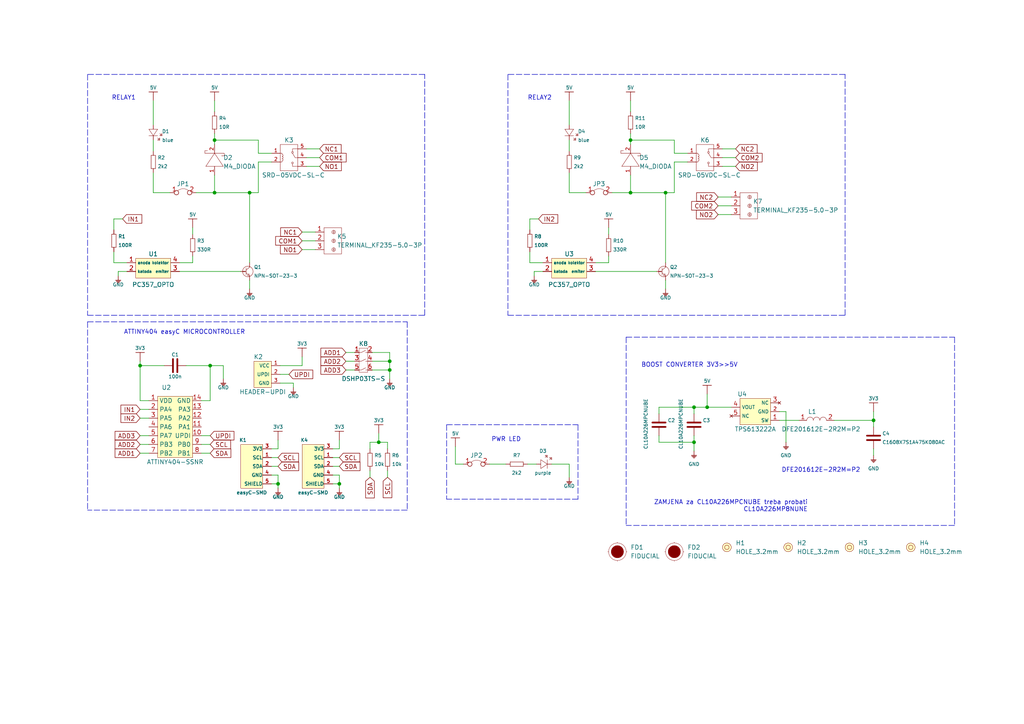
<source format=kicad_sch>
(kicad_sch (version 20211123) (generator eeschema)
  (paper "A4")
  (title_block (title "2CH relay board with easyC") (date "2021-07-14") (rev "V1.1.1.") (company "SOLDERED") (comment 1 "333025"))
  (lib_symbols
    (symbol "0402LED_1" (pin_numbers hide) (pin_names (offset 0.254) hide)
      (property "Reference" "D" (at -0.635 2.54 0))
      (property "Value" "0402LED_1" (at 0 -2.54 0))
      (symbol "0402LED_1_1_1"
        (pin passive line (at -1.905 0 0) (length 1.27) (name "A") (number "1"))
        (pin passive line (at 2.54 0 180) (length 1.27) (name "K") (number "2"))
      )
    )
    (symbol "0402LED_2" (pin_numbers hide) (pin_names (offset 0.254) hide)
      (property "Reference" "D" (at -0.635 2.54 0))
      (property "Value" "0402LED_2" (at 0 -2.54 0))
      (symbol "0402LED_2_1_1"
        (pin passive line (at -1.905 0 0) (length 1.27) (name "A") (number "1"))
        (pin passive line (at 2.54 0 180) (length 1.27) (name "K") (number "2"))
      )
    )
    (symbol "0603C_1" (pin_numbers hide) (pin_names (offset 0.002))
      (property "Reference" "C" (at 0 3.81 0))
      (property "Value" "0603C_1" (at 0 -3.175 0))
      (symbol "0603C_1_1_1"
        (pin passive line (at -3.175 0 0) (length 2.54) (name "~") (number "1"))
        (pin passive line (at 3.175 0 180) (length 2.54) (name "~") (number "2"))
      )
    )
    (symbol "0603C_2" (pin_numbers hide) (pin_names (offset 0.002))
      (property "Reference" "C" (at 0 3.81 0))
      (property "Value" "0603C_2" (at 0 -3.175 0))
      (symbol "0603C_2_1_1"
        (pin passive line (at -3.175 0 0) (length 2.54) (name "~") (number "1"))
        (pin passive line (at 3.175 0 180) (length 2.54) (name "~") (number "2"))
      )
    )
    (symbol "0603C_3" (pin_numbers hide) (pin_names (offset 0.002))
      (property "Reference" "C" (at 0 3.81 0))
      (property "Value" "0603C_3" (at 0 -3.175 0))
      (symbol "0603C_3_1_1"
        (pin passive line (at -3.175 0 0) (length 2.54) (name "~") (number "1"))
        (pin passive line (at 3.175 0 180) (length 2.54) (name "~") (number "2"))
      )
    )
    (symbol "0603R_1" (pin_numbers hide) (pin_names (offset 0.254))
      (property "Reference" "R" (at 0 1.27 0))
      (property "Value" "0603R_1" (at 0 -1.905 0))
      (symbol "0603R_1_1_1"
        (pin passive line (at -3.175 0 0) (length 1.27) (name "~") (number "1"))
        (pin passive line (at 3.175 0 180) (length 1.27) (name "~") (number "2"))
      )
    )
    (symbol "0603R_2" (pin_numbers hide) (pin_names (offset 0.254))
      (property "Reference" "R" (at 0 1.27 0))
      (property "Value" "0603R_2" (at 0 -1.905 0))
      (symbol "0603R_2_1_1"
        (pin passive line (at -3.175 0 0) (length 1.27) (name "~") (number "1"))
        (pin passive line (at 3.175 0 180) (length 1.27) (name "~") (number "2"))
      )
    )
    (symbol "0603R_3" (pin_numbers hide) (pin_names (offset 0.254))
      (property "Reference" "R" (at 0 1.27 0))
      (property "Value" "0603R_3" (at 0 -1.905 0))
      (symbol "0603R_3_1_1"
        (pin passive line (at -3.175 0 0) (length 1.27) (name "~") (number "1"))
        (pin passive line (at 3.175 0 180) (length 1.27) (name "~") (number "2"))
      )
    )
    (symbol "0603R_4" (pin_numbers hide) (pin_names (offset 0.254))
      (property "Reference" "R" (at 0 1.27 0))
      (property "Value" "0603R_4" (at 0 -1.905 0))
      (symbol "0603R_4_1_1"
        (pin passive line (at -3.175 0 0) (length 1.27) (name "~") (number "1"))
        (pin passive line (at 3.175 0 180) (length 1.27) (name "~") (number "2"))
      )
    )
    (symbol "0603R_5" (pin_numbers hide) (pin_names (offset 0.254))
      (property "Reference" "R" (at 0 1.27 0))
      (property "Value" "0603R_5" (at 0 -1.905 0))
      (symbol "0603R_5_1_1"
        (pin passive line (at -3.175 0 0) (length 1.27) (name "~") (number "1"))
        (pin passive line (at 3.175 0 180) (length 1.27) (name "~") (number "2"))
      )
    )
    (symbol "0603R_6" (pin_numbers hide) (pin_names (offset 0.254))
      (property "Reference" "R" (at 0 1.27 0))
      (property "Value" "0603R_6" (at 0 -1.905 0))
      (symbol "0603R_6_1_1"
        (pin passive line (at -3.175 0 0) (length 1.27) (name "~") (number "1"))
        (pin passive line (at 3.175 0 180) (length 1.27) (name "~") (number "2"))
      )
    )
    (symbol "0603R_7" (pin_numbers hide) (pin_names (offset 0.254))
      (property "Reference" "R" (at 0 1.27 0))
      (property "Value" "0603R_7" (at 0 -1.905 0))
      (symbol "0603R_7_1_1"
        (pin passive line (at -3.175 0 0) (length 1.27) (name "~") (number "1"))
        (pin passive line (at 3.175 0 180) (length 1.27) (name "~") (number "2"))
      )
    )
    (symbol "3V3_1" (power) (pin_names (offset 0))
      (property "Value" "3V3_1" (at 0 3.556 0))
      (symbol "3V3_1_1_1"
        (pin power_in line (at 0 0 90) (length 0) hide (name "3V3") (number "1"))
      )
    )
    (symbol "3V3_2" (power) (pin_names (offset 0))
      (property "Value" "3V3_2" (at 0 3.556 0))
      (symbol "3V3_2_1_1"
        (pin power_in line (at 0 0 90) (length 0) hide (name "3V3") (number "1"))
      )
    )
    (symbol "3V3_3" (power) (pin_names (offset 0))
      (property "Value" "3V3_3" (at 0 3.556 0))
      (symbol "3V3_3_1_1"
        (pin power_in line (at 0 0 90) (length 0) hide (name "3V3") (number "1"))
      )
    )
    (symbol "3V3_4" (power) (pin_names (offset 0))
      (property "Value" "3V3_4" (at 0 3.556 0))
      (symbol "3V3_4_1_1"
        (pin power_in line (at 0 0 90) (length 0) hide (name "3V3") (number "1"))
      )
    )
    (symbol "3V3_5" (power) (pin_names (offset 0))
      (property "Value" "3V3_5" (at 0 3.556 0))
      (symbol "3V3_5_1_1"
        (pin power_in line (at 0 0 90) (length 0) hide (name "3V3") (number "1"))
      )
    )
    (symbol "5V_1" (power) (pin_names (offset 0))
      (property "Value" "5V_1" (at 0 3.556 0))
      (symbol "5V_1_1_1"
        (pin power_in line (at 0 0 90) (length 0) hide (name "5V") (number "1"))
      )
    )
    (symbol "5V_2" (power) (pin_names (offset 0))
      (property "Value" "5V_2" (at 0 3.556 0))
      (symbol "5V_2_1_1"
        (pin power_in line (at 0 0 90) (length 0) hide (name "5V") (number "1"))
      )
    )
    (symbol "5V_3" (power) (pin_names (offset 0))
      (property "Value" "5V_3" (at 0 3.556 0))
      (symbol "5V_3_1_1"
        (pin power_in line (at 0 0 90) (length 0) hide (name "5V") (number "1"))
      )
    )
    (symbol "5V_4" (power) (pin_names (offset 0))
      (property "Value" "5V_4" (at 0 3.556 0))
      (symbol "5V_4_1_1"
        (pin power_in line (at 0 0 90) (length 0) hide (name "5V") (number "1"))
      )
    )
    (symbol "5V_5" (power) (pin_names (offset 0))
      (property "Value" "5V_5" (at 0 3.556 0))
      (symbol "5V_5_1_1"
        (pin power_in line (at 0 0 90) (length 0) hide (name "5V") (number "1"))
      )
    )
    (symbol "5V_6" (power) (pin_names (offset 0))
      (property "Value" "5V_6" (at 0 3.556 0))
      (symbol "5V_6_1_1"
        (pin power_in line (at 0 0 90) (length 0) hide (name "5V") (number "1"))
      )
    )
    (symbol "5V_7" (power) (pin_names (offset 0))
      (property "Value" "5V_7" (at 0 3.556 0))
      (symbol "5V_7_1_1"
        (pin power_in line (at 0 0 90) (length 0) hide (name "5V") (number "1"))
      )
    )
    (symbol "FIDUCIAL_1" (in_bom no)
      (property "Reference" "FD" (at 0 3.81 0))
      (property "Value" "FIDUCIAL_1" (at 0 -3.81 0))
    )
    (symbol "GND_1" (power) (pin_names (offset 0))
      (property "Value" "GND_1" (at 0 -2.921 0))
      (symbol "GND_1_1_1"
        (pin power_in line (at 0 0 270) (length 0) hide (name "GND") (number "1"))
      )
    )
    (symbol "GND_10" (power) (pin_names (offset 0))
      (property "Value" "GND_10" (at 0 -2.921 0))
      (symbol "GND_10_1_1"
        (pin power_in line (at 0 0 270) (length 0) hide (name "GND") (number "1"))
      )
    )
    (symbol "GND_11" (power) (pin_names (offset 0))
      (property "Value" "GND_11" (at 0 -2.921 0))
      (symbol "GND_11_1_1"
        (pin power_in line (at 0 0 270) (length 0) hide (name "GND") (number "1"))
      )
    )
    (symbol "GND_12" (power) (pin_names (offset 0))
      (property "Value" "GND_12" (at 0 -2.921 0))
      (symbol "GND_12_1_1"
        (pin power_in line (at 0 0 270) (length 0) hide (name "GND") (number "1"))
      )
    )
    (symbol "GND_2" (power) (pin_names (offset 0))
      (property "Value" "GND_2" (at 0 -2.921 0))
      (symbol "GND_2_1_1"
        (pin power_in line (at 0 0 270) (length 0) hide (name "GND") (number "1"))
      )
    )
    (symbol "GND_3" (power) (pin_names (offset 0))
      (property "Value" "GND_3" (at 0 -2.921 0))
      (symbol "GND_3_1_1"
        (pin power_in line (at 0 0 270) (length 0) hide (name "GND") (number "1"))
      )
    )
    (symbol "GND_4" (power) (pin_names (offset 0))
      (property "Value" "GND_4" (at 0 -2.921 0))
      (symbol "GND_4_1_1"
        (pin power_in line (at 0 0 270) (length 0) hide (name "GND") (number "1"))
      )
    )
    (symbol "GND_5" (power) (pin_names (offset 0))
      (property "Value" "GND_5" (at 0 -2.921 0))
      (symbol "GND_5_1_1"
        (pin power_in line (at 0 0 270) (length 0) hide (name "GND") (number "1"))
      )
    )
    (symbol "GND_6" (power) (pin_names (offset 0))
      (property "Value" "GND_6" (at 0 -2.921 0))
      (symbol "GND_6_1_1"
        (pin power_in line (at 0 0 270) (length 0) hide (name "GND") (number "1"))
      )
    )
    (symbol "GND_7" (power) (pin_names (offset 0))
      (property "Value" "GND_7" (at 0 -2.921 0))
      (symbol "GND_7_1_1"
        (pin power_in line (at 0 0 270) (length 0) hide (name "GND") (number "1"))
      )
    )
    (symbol "GND_8" (power) (pin_names (offset 0))
      (property "Value" "GND_8" (at 0 -2.921 0))
      (symbol "GND_8_1_1"
        (pin power_in line (at 0 0 270) (length 0) hide (name "GND") (number "1"))
      )
    )
    (symbol "GND_9" (power) (pin_names (offset 0))
      (property "Value" "GND_9" (at 0 -2.921 0))
      (symbol "GND_9_1_1"
        (pin power_in line (at 0 0 270) (length 0) hide (name "GND") (number "1"))
      )
    )
    (symbol "HOLE_3.2mm_1" (pin_numbers hide) (pin_names hide)
      (property "Reference" "H" (at 0 2.54 0))
      (property "Value" "HOLE_3.2mm_1" (at 0 -2.54 0))
    )
    (symbol "HOLE_3.2mm_2" (pin_numbers hide) (pin_names hide)
      (property "Reference" "H" (at 0 2.54 0))
      (property "Value" "HOLE_3.2mm_2" (at 0 -2.54 0))
    )
    (symbol "HOLE_3.2mm_3" (pin_numbers hide) (pin_names hide)
      (property "Reference" "H" (at 0 2.54 0))
      (property "Value" "HOLE_3.2mm_3" (at 0 -2.54 0))
    )
    (symbol "M4_DIODA_1" (pin_names hide)
      (property "Reference" "D" (at 0 3.81 0))
      (property "Value" "M4_DIODA_1" (at 0 -4.572 0))
      (symbol "M4_DIODA_1_1_1"
        (pin passive line (at -5.08 0 0) (length 2.54) (name "A") (number "1"))
        (pin passive line (at 3.81 0 180) (length 2.54) (name "K") (number "2"))
      )
    )
    (symbol "NPN-SOT-23-3_1" (pin_numbers hide) (pin_names hide)
      (property "Reference" "Q" (at -2.286 2.921 0))
      (property "Value" "NPN-SOT-23-3_1" (at 0 -3.81 0))
      (symbol "NPN-SOT-23-3_1_1_1"
        (pin passive line (at -2.54 0 0) (length 1.27) (name "B") (number "1"))
        (pin passive line (at 0 -2.54 90) (length 1.27) (name "E") (number "2"))
        (pin passive line (at 0 2.54 270) (length 1.27) (name "C") (number "3"))
      )
    )
    (symbol "PC357_OPTO_1"
      (property "Reference" "U" (at 0 5.08 0))
      (property "Value" "PC357_OPTO_1" (at 0 -5.08 0))
      (symbol "PC357_OPTO_1_1_1"
        (pin passive line (at -7.62 1.27 0) (length 2.54) (name "anoda") (number "1"))
        (pin passive line (at -7.62 -1.27 0) (length 2.54) (name "katoda") (number "2"))
        (pin passive line (at 7.62 -1.27 180) (length 2.54) (name "emiter") (number "3"))
        (pin passive line (at 7.62 1.27 180) (length 2.54) (name "kolektor") (number "4"))
      )
    )
    (symbol "SRD_RELAY_5V_1"
      (property "Reference" "K" (at 0 5.08 0))
      (property "Value" "SRD_RELAY_5V_1" (at 0 -6.35 0))
      (symbol "SRD_RELAY_5V_1_1_1"
        (pin passive line (at -5.08 1.27 0) (length 2.54) (name "") (number "1"))
        (pin passive line (at -5.08 -1.27 0) (length 2.54) (name "") (number "2"))
        (pin passive line (at 5.08 -2.54 180) (length 2.54) (name "") (number "3"))
        (pin passive line (at 5.08 0 180) (length 2.54) (name "") (number "4"))
        (pin passive line (at 5.08 2.54 180) (length 2.54) (name "") (number "5"))
      )
    )
    (symbol "TERMINAL_KF235-5.0-3P_1"
      (property "Reference" "K" (at 0 5.08 0))
      (property "Value" "TERMINAL_KF235-5.0-3P_1" (at 0 -5.08 0))
      (symbol "TERMINAL_KF235-5.0-3P_1_1_1"
        (pin passive line (at -5.08 2.54 0) (length 2.54) (name "") (number "1"))
        (pin passive line (at -5.08 0 0) (length 2.54) (name "") (number "2"))
        (pin passive line (at -5.08 -2.54 0) (length 2.54) (name "") (number "3"))
      )
    )
    (symbol "e-radionica.com schematics:0402LED" (pin_numbers hide) (pin_names (offset 0.254) hide)
      (property "Reference" "D" (at -0.635 2.54 0))
      (property "Value" "0402LED" (at 0 -2.54 0))
      (symbol "0402LED_1_1"
        (pin passive line (at -1.905 0 0) (length 1.27) (name "A") (number "1"))
        (pin passive line (at 2.54 0 180) (length 1.27) (name "K") (number "2"))
      )
    )
    (symbol "e-radionica.com schematics:0402R" (pin_numbers hide) (pin_names (offset 0.254))
      (property "Reference" "R" (at -1.905 1.27 0))
      (property "Value" "0402R" (at 0 -1.27 0))
      (symbol "0402R_1_1"
        (pin passive line (at -3.175 0 0) (length 1.27) (name "~") (number "1"))
        (pin passive line (at 3.175 0 180) (length 1.27) (name "~") (number "2"))
      )
    )
    (symbol "e-radionica.com schematics:0603C" (pin_numbers hide) (pin_names (offset 0.002))
      (property "Reference" "C" (at 0 3.81 0))
      (property "Value" "0603C" (at 0 -3.175 0))
      (symbol "0603C_1_1"
        (pin passive line (at -3.175 0 0) (length 2.54) (name "~") (number "1"))
        (pin passive line (at 3.175 0 180) (length 2.54) (name "~") (number "2"))
      )
    )
    (symbol "e-radionica.com schematics:0603R" (pin_numbers hide) (pin_names (offset 0.254))
      (property "Reference" "R" (at 0 1.27 0))
      (property "Value" "0603R" (at 0 -1.905 0))
      (symbol "0603R_1_1"
        (pin passive line (at -3.175 0 0) (length 1.27) (name "~") (number "1"))
        (pin passive line (at 3.175 0 180) (length 1.27) (name "~") (number "2"))
      )
    )
    (symbol "e-radionica.com schematics:0806L"
      (property "Reference" "L" (at 0 1.905 0))
      (property "Value" "0806L" (at 0 -1.27 0))
      (symbol "0806L_1_1"
        (pin passive line (at -5.08 0 0) (length 2.2) (name "") (number "1"))
        (pin passive line (at 5.08 0 180) (length 2.2) (name "") (number "2"))
      )
    )
    (symbol "e-radionica.com schematics:3V3" (power) (pin_names (offset 0))
      (property "Value" "3V3" (at 0 3.556 0))
      (symbol "3V3_1_1"
        (pin power_in line (at 0 0 90) (length 0) hide (name "3V3") (number "1"))
      )
    )
    (symbol "e-radionica.com schematics:5V" (power) (pin_names (offset 0))
      (property "Value" "5V" (at 0 3.556 0))
      (symbol "5V_1_1"
        (pin power_in line (at 0 0 90) (length 0) hide (name "5V") (number "1"))
      )
    )
    (symbol "e-radionica.com schematics:ATTINY404-SSNR"
      (property "Reference" "U" (at 0 10.16 0))
      (property "Value" "ATTINY404-SSNR" (at 0 -10.16 0))
      (symbol "ATTINY404-SSNR_1_1"
        (pin power_in line (at -7.62 7.62 0) (length 2.54) (name "VDD") (number "1"))
        (pin bidirectional line (at 7.62 -2.54 180) (length 2.54) (name "UPDI") (number "10"))
        (pin bidirectional line (at 7.62 0 180) (length 2.54) (name "PA1") (number "11"))
        (pin bidirectional line (at 7.62 2.54 180) (length 2.54) (name "PA2") (number "12"))
        (pin bidirectional line (at 7.62 5.08 180) (length 2.54) (name "PA3") (number "13"))
        (pin power_in line (at 7.62 7.62 180) (length 2.54) (name "GND") (number "14"))
        (pin bidirectional line (at -7.62 5.08 0) (length 2.54) (name "PA4") (number "2"))
        (pin bidirectional line (at -7.62 2.54 0) (length 2.54) (name "PA5") (number "3"))
        (pin bidirectional line (at -7.62 0 0) (length 2.54) (name "PA6") (number "4"))
        (pin bidirectional line (at -7.62 -2.54 0) (length 2.54) (name "PA7") (number "5"))
        (pin bidirectional line (at -7.62 -5.08 0) (length 2.54) (name "PB3") (number "6"))
        (pin bidirectional line (at -7.62 -7.62 0) (length 2.54) (name "PB2") (number "7"))
        (pin bidirectional line (at 7.62 -7.62 180) (length 2.54) (name "PB1") (number "8"))
        (pin bidirectional line (at 7.62 -5.08 180) (length 2.54) (name "PB0") (number "9"))
      )
    )
    (symbol "e-radionica.com schematics:DSHP03TS-S"
      (property "Reference" "K" (at 0 5.08 0))
      (property "Value" "DSHP03TS-S" (at 0 -5.08 0))
      (symbol "DSHP03TS-S_1_1"
        (pin bidirectional line (at -2.54 2.54 0) (length 1.27) (name "~") (number "1"))
        (pin bidirectional line (at 2.54 2.54 180) (length 1.27) (name "~") (number "2"))
        (pin bidirectional line (at -2.54 0 0) (length 1.27) (name "~") (number "3"))
        (pin bidirectional line (at 2.54 0 180) (length 1.27) (name "~") (number "4"))
        (pin bidirectional line (at -2.54 -2.54 0) (length 1.27) (name "~") (number "5"))
        (pin bidirectional line (at 2.54 -2.54 180) (length 1.27) (name "~") (number "6"))
      )
    )
    (symbol "e-radionica.com schematics:FIDUCIAL" (in_bom no)
      (property "Reference" "FD" (at 0 3.81 0))
      (property "Value" "FIDUCIAL" (at 0 -3.81 0))
    )
    (symbol "e-radionica.com schematics:GND" (power) (pin_names (offset 0))
      (property "Value" "GND" (at 0 -2.921 0))
      (symbol "GND_1_1"
        (pin power_in line (at 0 0 270) (length 0) hide (name "GND") (number "1"))
      )
    )
    (symbol "e-radionica.com schematics:HEADER-UPDI"
      (property "Reference" "K" (at 0 5.08 0))
      (property "Value" "HEADER-UPDI" (at 0 -5.08 0))
      (symbol "HEADER-UPDI_1_1"
        (pin power_in line (at 5.08 2.54 180) (length 2.54) (name "VCC") (number "1"))
        (pin bidirectional line (at 5.08 0 180) (length 2.54) (name "UPDI") (number "2"))
        (pin power_in line (at 5.08 -2.54 180) (length 2.54) (name "GND") (number "3"))
      )
    )
    (symbol "e-radionica.com schematics:HOLE_3.2mm" (pin_numbers hide) (pin_names hide)
      (property "Reference" "H" (at 0 2.54 0))
      (property "Value" "HOLE_3.2mm" (at 0 -2.54 0))
    )
    (symbol "e-radionica.com schematics:M4_DIODA" (pin_names hide)
      (property "Reference" "D" (at 0 3.81 0))
      (property "Value" "M4_DIODA" (at 0 -4.572 0))
      (symbol "M4_DIODA_1_1"
        (pin passive line (at -5.08 0 0) (length 2.54) (name "A") (number "1"))
        (pin passive line (at 3.81 0 180) (length 2.54) (name "K") (number "2"))
      )
    )
    (symbol "e-radionica.com schematics:NPN-SOT-23-3" (pin_numbers hide) (pin_names hide)
      (property "Reference" "Q" (at -2.286 2.921 0))
      (property "Value" "NPN-SOT-23-3" (at 0 -3.81 0))
      (symbol "NPN-SOT-23-3_1_1"
        (pin passive line (at -2.54 0 0) (length 1.27) (name "B") (number "1"))
        (pin passive line (at 0 -2.54 90) (length 1.27) (name "E") (number "2"))
        (pin passive line (at 0 2.54 270) (length 1.27) (name "C") (number "3"))
      )
    )
    (symbol "e-radionica.com schematics:PC357_OPTO"
      (property "Reference" "U" (at 0 5.08 0))
      (property "Value" "PC357_OPTO" (at 0 -5.08 0))
      (symbol "PC357_OPTO_1_1"
        (pin passive line (at -7.62 1.27 0) (length 2.54) (name "anoda") (number "1"))
        (pin passive line (at -7.62 -1.27 0) (length 2.54) (name "katoda") (number "2"))
        (pin passive line (at 7.62 -1.27 180) (length 2.54) (name "emiter") (number "3"))
        (pin passive line (at 7.62 1.27 180) (length 2.54) (name "kolektor") (number "4"))
      )
    )
    (symbol "e-radionica.com schematics:SMD-JUMPER-CONNECTED_TRACE_SLODERMASK"
      (property "Reference" "JP" (at 0 3.556 0))
      (property "Value" "SMD-JUMPER-CONNECTED_TRACE_SLODERMASK" (at 0 -2.54 0))
      (symbol "SMD-JUMPER-CONNECTED_TRACE_SLODERMASK_1_1"
        (pin passive inverted (at -4.064 0 0) (length 2.54) (name "") (number "1"))
        (pin passive inverted (at 3.556 0 180) (length 2.54) (name "") (number "2"))
      )
    )
    (symbol "e-radionica.com schematics:SRD_RELAY_5V"
      (property "Reference" "K" (at 0 5.08 0))
      (property "Value" "SRD_RELAY_5V" (at 0 -6.35 0))
      (symbol "SRD_RELAY_5V_1_1"
        (pin passive line (at -5.08 1.27 0) (length 2.54) (name "") (number "1"))
        (pin passive line (at -5.08 -1.27 0) (length 2.54) (name "") (number "2"))
        (pin passive line (at 5.08 -2.54 180) (length 2.54) (name "") (number "3"))
        (pin passive line (at 5.08 0 180) (length 2.54) (name "") (number "4"))
        (pin passive line (at 5.08 2.54 180) (length 2.54) (name "") (number "5"))
      )
    )
    (symbol "e-radionica.com schematics:TERMINAL_KF235-5.0-3P"
      (property "Reference" "K" (at 0 5.08 0))
      (property "Value" "TERMINAL_KF235-5.0-3P" (at 0 -5.08 0))
      (symbol "TERMINAL_KF235-5.0-3P_1_1"
        (pin passive line (at -5.08 2.54 0) (length 2.54) (name "") (number "1"))
        (pin passive line (at -5.08 0 0) (length 2.54) (name "") (number "2"))
        (pin passive line (at -5.08 -2.54 0) (length 2.54) (name "") (number "3"))
      )
    )
    (symbol "e-radionica.com schematics:TPS613222A"
      (property "Reference" "U" (at 0 5.08 0))
      (property "Value" "TPS613222A" (at 0 -5.08 0))
      (symbol "TPS613222A_1_1"
        (pin passive line (at 6.985 -2.54 180) (length 2.54) (name "SW") (number "1"))
        (pin passive line (at 6.985 0 180) (length 2.54) (name "GND") (number "2"))
        (pin no_connect line (at 6.985 2.54 180) (length 2.54) (name "NC") (number "3"))
        (pin passive line (at -6.985 1.27 0) (length 2.54) (name "VOUT") (number "4"))
        (pin no_connect line (at -6.985 -1.27 0) (length 2.54) (name "NC") (number "5"))
      )
    )
    (symbol "e-radionica.com schematics:easyC-SMD" (pin_names (offset 0.002))
      (property "Reference" "K" (at 0 10.16 0))
      (property "Value" "easyC-SMD" (at 0 -5.08 0))
      (symbol "easyC-SMD_1_1"
        (pin passive line (at 5.715 5.08 180) (length 2.54) (name "SCL") (number "1"))
        (pin passive line (at 5.715 2.54 180) (length 2.54) (name "SDA") (number "2"))
        (pin passive line (at 5.715 7.62 180) (length 2.54) (name "3V3") (number "3"))
        (pin passive line (at 5.715 0 180) (length 2.54) (name "GND") (number "4"))
        (pin passive line (at 5.715 -2.54 180) (length 2.54) (name "SHIELD") (number "5"))
      )
    )
    (symbol "easyC-SMD_1" (pin_names (offset 0.002))
      (property "Reference" "K" (at 0 10.16 0))
      (property "Value" "easyC-SMD_1" (at 0 -5.08 0))
      (symbol "easyC-SMD_1_1_1"
        (pin passive line (at 5.715 5.08 180) (length 2.54) (name "SCL") (number "1"))
        (pin passive line (at 5.715 2.54 180) (length 2.54) (name "SDA") (number "2"))
        (pin passive line (at 5.715 7.62 180) (length 2.54) (name "3V3") (number "3"))
        (pin passive line (at 5.715 0 180) (length 2.54) (name "GND") (number "4"))
        (pin passive line (at 5.715 -2.54 180) (length 2.54) (name "SHIELD") (number "5"))
      )
    )
  )
  (junction (at 40.64 106.045) (diameter 0.9144))
  (junction (at 62.23 55.88) (diameter 0.9144))
  (junction (at 60.96 106.045) (diameter 0.9144))
  (junction (at 113.03 104.775) (diameter 0.9144))
  (junction (at 182.88 40.64) (diameter 0.9144))
  (junction (at 201.295 128.27) (diameter 0.9144))
  (junction (at 113.03 107.315) (diameter 0.9144))
  (junction (at 253.365 121.92) (diameter 0.9144))
  (junction (at 80.645 140.335) (diameter 0.9144))
  (junction (at 201.295 118.11) (diameter 0.9144))
  (junction (at 193.04 55.88) (diameter 0.9144))
  (junction (at 62.23 40.64) (diameter 0.9144))
  (junction (at 182.88 55.88) (diameter 0.9144))
  (junction (at 109.855 128.27) (diameter 0.9144))
  (junction (at 205.105 118.11) (diameter 0.9144))
  (junction (at 98.425 140.335) (diameter 0.9144))
  (junction (at 72.39 55.88) (diameter 0.9144))
  (polyline (pts (xy 25.4 21.59) (xy 25.4 91.44)) (stroke (width 0) (type dash)))
  (polyline (pts (xy 25.4 91.44) (xy 123.19 91.44)) (stroke (width 0) (type dash)))
  (polyline (pts (xy 123.19 21.59) (xy 25.4 21.59)) (stroke (width 0) (type dash)))
  (polyline (pts (xy 123.19 91.44) (xy 123.19 21.59)) (stroke (width 0) (type dash)))
  (wire (pts (xy 53.975 106.045) (xy 60.96 106.045)))
  (wire (pts (xy 182.88 55.88) (xy 182.88 50.8)))
  (wire (pts (xy 81.28 106.045) (xy 87.63 106.045)))
  (wire (pts (xy 113.03 102.235) (xy 113.03 104.775)))
  (wire (pts (xy 96.52 132.715) (xy 98.425 132.715)))
  (wire (pts (xy 55.88 74.295) (xy 55.88 76.2)))
  (wire (pts (xy 157.48 76.2) (xy 153.67 76.2)))
  (wire (pts (xy 33.02 63.5) (xy 35.56 63.5)))
  (wire (pts (xy 81.28 111.125) (xy 85.09 111.125)))
  (wire (pts (xy 43.18 116.205) (xy 40.64 116.205)))
  (wire (pts (xy 113.03 107.315) (xy 113.03 109.855)))
  (wire (pts (xy 208.28 57.15) (xy 212.09 57.15)))
  (wire (pts (xy 205.105 118.11) (xy 212.09 118.11)))
  (wire (pts (xy 40.64 121.285) (xy 43.18 121.285)))
  (wire (pts (xy 88.9 43.18) (xy 92.71 43.18)))
  (wire (pts (xy 80.645 137.795) (xy 80.645 140.335)))
  (wire (pts (xy 44.45 55.88) (xy 49.276 55.88)))
  (polyline (pts (xy 167.64 144.78) (xy 129.54 144.78)) (stroke (width 0) (type dash)))
  (wire (pts (xy 201.295 126.365) (xy 201.295 128.27)))
  (wire (pts (xy 193.04 55.88) (xy 193.04 76.2)))
  (wire (pts (xy 85.09 111.125) (xy 85.09 112.395)))
  (wire (pts (xy 98.425 130.175) (xy 98.425 127.635)))
  (wire (pts (xy 112.395 136.525) (xy 112.395 138.43)))
  (wire (pts (xy 40.64 116.205) (xy 40.64 106.045)))
  (wire (pts (xy 165.1 134.62) (xy 165.1 138.43)))
  (wire (pts (xy 44.45 50.165) (xy 44.45 55.88)))
  (wire (pts (xy 199.39 44.45) (xy 195.58 44.45)))
  (polyline (pts (xy 147.32 21.59) (xy 147.32 91.44)) (stroke (width 0) (type dash)))
  (wire (pts (xy 33.02 76.2) (xy 33.02 73.025)))
  (wire (pts (xy 78.74 135.255) (xy 80.645 135.255)))
  (polyline (pts (xy 25.4 93.345) (xy 25.4 147.955)) (stroke (width 0) (type dash)))
  (wire (pts (xy 58.42 126.365) (xy 60.96 126.365)))
  (wire (pts (xy 226.06 121.92) (xy 231.775 121.92)))
  (wire (pts (xy 64.77 106.045) (xy 64.77 109.855)))
  (wire (pts (xy 141.986 134.62) (xy 146.685 134.62)))
  (polyline (pts (xy 276.86 152.4) (xy 181.61 152.4)) (stroke (width 0) (type dash)))
  (wire (pts (xy 160.02 134.62) (xy 165.1 134.62)))
  (wire (pts (xy 88.9 45.72) (xy 92.71 45.72)))
  (polyline (pts (xy 129.54 123.19) (xy 167.64 123.19)) (stroke (width 0) (type dash)))
  (wire (pts (xy 62.23 40.64) (xy 62.23 41.91)))
  (wire (pts (xy 201.295 118.11) (xy 205.105 118.11)))
  (wire (pts (xy 78.74 132.715) (xy 80.645 132.715)))
  (polyline (pts (xy 276.86 97.79) (xy 276.86 152.4)) (stroke (width 0) (type dash)))
  (wire (pts (xy 227.965 119.38) (xy 227.965 128.27)))
  (wire (pts (xy 208.28 62.23) (xy 212.09 62.23)))
  (wire (pts (xy 107.315 128.27) (xy 109.855 128.27)))
  (wire (pts (xy 191.135 128.27) (xy 201.295 128.27)))
  (wire (pts (xy 205.105 118.11) (xy 205.105 114.3)))
  (wire (pts (xy 201.295 128.27) (xy 201.295 130.81)))
  (wire (pts (xy 107.315 136.525) (xy 107.315 138.43)))
  (wire (pts (xy 165.1 40.64) (xy 165.1 43.815)))
  (wire (pts (xy 253.365 130.175) (xy 253.365 132.08)))
  (wire (pts (xy 154.94 78.74) (xy 154.94 80.01)))
  (wire (pts (xy 40.64 131.445) (xy 43.18 131.445)))
  (wire (pts (xy 60.96 106.045) (xy 64.77 106.045)))
  (wire (pts (xy 81.28 108.585) (xy 83.82 108.585)))
  (wire (pts (xy 172.72 76.2) (xy 176.53 76.2)))
  (wire (pts (xy 172.72 78.74) (xy 190.5 78.74)))
  (wire (pts (xy 60.96 106.045) (xy 60.96 116.205)))
  (wire (pts (xy 87.63 69.85) (xy 91.44 69.85)))
  (wire (pts (xy 40.64 128.905) (xy 43.18 128.905)))
  (wire (pts (xy 44.45 40.64) (xy 44.45 43.815)))
  (wire (pts (xy 80.645 140.335) (xy 80.645 141.605)))
  (wire (pts (xy 96.52 130.175) (xy 98.425 130.175)))
  (polyline (pts (xy 167.64 123.19) (xy 167.64 144.78)) (stroke (width 0) (type dash)))
  (wire (pts (xy 253.365 121.92) (xy 253.365 123.825)))
  (wire (pts (xy 109.855 128.27) (xy 109.855 125.73)))
  (wire (pts (xy 199.39 46.99) (xy 195.58 46.99)))
  (wire (pts (xy 96.52 140.335) (xy 98.425 140.335)))
  (wire (pts (xy 176.53 66.04) (xy 176.53 67.945)))
  (wire (pts (xy 153.67 63.5) (xy 156.21 63.5)))
  (wire (pts (xy 193.04 55.88) (xy 195.58 55.88)))
  (wire (pts (xy 78.74 137.795) (xy 80.645 137.795)))
  (wire (pts (xy 62.23 55.88) (xy 72.39 55.88)))
  (wire (pts (xy 72.39 55.88) (xy 74.93 55.88)))
  (wire (pts (xy 153.67 76.2) (xy 153.67 73.025)))
  (wire (pts (xy 153.67 66.675) (xy 153.67 63.5)))
  (wire (pts (xy 80.645 130.175) (xy 80.645 127.635)))
  (wire (pts (xy 107.95 102.235) (xy 113.03 102.235)))
  (wire (pts (xy 44.45 29.21) (xy 44.45 36.195)))
  (wire (pts (xy 74.93 44.45) (xy 74.93 40.64)))
  (wire (pts (xy 100.33 104.775) (xy 102.87 104.775)))
  (wire (pts (xy 60.96 116.205) (xy 58.42 116.205)))
  (wire (pts (xy 74.93 46.99) (xy 74.93 55.88)))
  (wire (pts (xy 191.135 118.11) (xy 201.295 118.11)))
  (polyline (pts (xy 181.61 97.79) (xy 276.86 97.79)) (stroke (width 0) (type dash)))
  (wire (pts (xy 72.39 81.28) (xy 72.39 83.82)))
  (wire (pts (xy 191.135 126.365) (xy 191.135 128.27)))
  (wire (pts (xy 226.06 119.38) (xy 227.965 119.38)))
  (wire (pts (xy 40.64 118.745) (xy 43.18 118.745)))
  (wire (pts (xy 182.88 29.21) (xy 182.88 32.385)))
  (wire (pts (xy 182.88 40.64) (xy 182.88 41.91)))
  (wire (pts (xy 98.425 140.335) (xy 98.425 141.605)))
  (wire (pts (xy 182.88 38.735) (xy 182.88 40.64)))
  (wire (pts (xy 107.95 104.775) (xy 113.03 104.775)))
  (wire (pts (xy 112.395 130.175) (xy 112.395 128.27)))
  (polyline (pts (xy 129.54 123.19) (xy 129.54 144.78)) (stroke (width 0) (type dash)))
  (wire (pts (xy 78.74 44.45) (xy 74.93 44.45)))
  (wire (pts (xy 191.135 120.015) (xy 191.135 118.11)))
  (polyline (pts (xy 181.61 97.79) (xy 181.61 152.4)) (stroke (width 0) (type dash)))
  (wire (pts (xy 100.33 107.315) (xy 102.87 107.315)))
  (wire (pts (xy 96.52 135.255) (xy 98.425 135.255)))
  (wire (pts (xy 98.425 137.795) (xy 98.425 140.335)))
  (wire (pts (xy 176.53 74.295) (xy 176.53 76.2)))
  (wire (pts (xy 58.42 128.905) (xy 60.96 128.905)))
  (polyline (pts (xy 118.11 147.955) (xy 25.4 147.955)) (stroke (width 0) (type dash)))
  (wire (pts (xy 107.95 107.315) (xy 113.03 107.315)))
  (polyline (pts (xy 25.4 93.345) (xy 118.11 93.345)) (stroke (width 0) (type dash)))
  (wire (pts (xy 40.64 106.045) (xy 40.64 104.775)))
  (wire (pts (xy 208.28 59.69) (xy 212.09 59.69)))
  (polyline (pts (xy 147.32 91.44) (xy 245.11 91.44)) (stroke (width 0) (type dash)))
  (wire (pts (xy 182.88 40.64) (xy 195.58 40.64)))
  (wire (pts (xy 62.23 40.64) (xy 74.93 40.64)))
  (wire (pts (xy 132.08 134.62) (xy 132.08 129.54)))
  (wire (pts (xy 134.366 134.62) (xy 132.08 134.62)))
  (wire (pts (xy 52.07 78.74) (xy 69.85 78.74)))
  (wire (pts (xy 153.035 134.62) (xy 155.575 134.62)))
  (wire (pts (xy 165.1 50.165) (xy 165.1 55.88)))
  (wire (pts (xy 36.83 76.2) (xy 33.02 76.2)))
  (wire (pts (xy 62.23 38.735) (xy 62.23 40.64)))
  (wire (pts (xy 209.55 43.18) (xy 213.36 43.18)))
  (wire (pts (xy 195.58 44.45) (xy 195.58 40.64)))
  (wire (pts (xy 40.64 126.365) (xy 43.18 126.365)))
  (wire (pts (xy 56.896 55.88) (xy 62.23 55.88)))
  (wire (pts (xy 47.625 106.045) (xy 40.64 106.045)))
  (wire (pts (xy 241.935 121.92) (xy 253.365 121.92)))
  (wire (pts (xy 96.52 137.795) (xy 98.425 137.795)))
  (polyline (pts (xy 118.11 93.345) (xy 118.11 147.955)) (stroke (width 0) (type dash)))
  (wire (pts (xy 113.03 104.775) (xy 113.03 107.315)))
  (wire (pts (xy 209.55 45.72) (xy 213.36 45.72)))
  (wire (pts (xy 87.63 72.39) (xy 91.44 72.39)))
  (wire (pts (xy 33.02 66.675) (xy 33.02 63.5)))
  (wire (pts (xy 112.395 128.27) (xy 109.855 128.27)))
  (wire (pts (xy 157.48 78.74) (xy 154.94 78.74)))
  (wire (pts (xy 87.63 106.045) (xy 87.63 103.505)))
  (wire (pts (xy 88.9 48.26) (xy 92.71 48.26)))
  (wire (pts (xy 62.23 55.88) (xy 62.23 50.8)))
  (wire (pts (xy 195.58 46.99) (xy 195.58 55.88)))
  (wire (pts (xy 58.42 131.445) (xy 60.96 131.445)))
  (wire (pts (xy 36.83 78.74) (xy 34.29 78.74)))
  (wire (pts (xy 72.39 55.88) (xy 72.39 76.2)))
  (wire (pts (xy 107.315 130.175) (xy 107.315 128.27)))
  (wire (pts (xy 100.33 102.235) (xy 102.87 102.235)))
  (wire (pts (xy 34.29 78.74) (xy 34.29 80.01)))
  (wire (pts (xy 165.1 55.88) (xy 169.926 55.88)))
  (wire (pts (xy 62.23 29.21) (xy 62.23 32.385)))
  (wire (pts (xy 209.55 48.26) (xy 213.36 48.26)))
  (wire (pts (xy 78.74 130.175) (xy 80.645 130.175)))
  (wire (pts (xy 201.295 120.015) (xy 201.295 118.11)))
  (wire (pts (xy 78.74 46.99) (xy 74.93 46.99)))
  (polyline (pts (xy 245.11 21.59) (xy 147.32 21.59)) (stroke (width 0) (type dash)))
  (wire (pts (xy 55.88 66.04) (xy 55.88 67.945)))
  (wire (pts (xy 165.1 29.21) (xy 165.1 36.195)))
  (wire (pts (xy 87.63 67.31) (xy 91.44 67.31)))
  (wire (pts (xy 177.546 55.88) (xy 182.88 55.88)))
  (wire (pts (xy 182.88 55.88) (xy 193.04 55.88)))
  (wire (pts (xy 52.07 76.2) (xy 55.88 76.2)))
  (wire (pts (xy 253.365 119.38) (xy 253.365 121.92)))
  (wire (pts (xy 193.04 81.28) (xy 193.04 83.82)))
  (wire (pts (xy 78.74 140.335) (xy 80.645 140.335)))
  (polyline (pts (xy 245.11 91.44) (xy 245.11 21.59)) (stroke (width 0) (type dash)))
  (text "DFE201612E-2R2M=P2" (at 249.555 137.16 180) (effects (font (size 1.27 1.27)) (justify right bottom)))
  (text "PWR LED" (at 151.13 128.27 180) (effects (font (size 1.27 1.27)) (justify right bottom)))
  (text "ATTINY404 easyC MICROCONTROLLER" (at 71.12 97.155 180) (effects (font (size 1.27 1.27)) (justify right bottom)))
  (text "RELAY2" (at 153.035 29.21 0) (effects (font (size 1.27 1.27)) (justify left bottom)))
  (text "BOOST CONVERTER 3V3>>5V" (at 213.995 106.68 180) (effects (font (size 1.27 1.27)) (justify right bottom)))
  (text "ZAMJENA za CL10A226MPCNUBE treba probati\nCL10A226MP8NUNE" (at 234.315 148.59 0) (effects (font (size 1.27 1.27)) (justify right bottom)))
  (text "RELAY1" (at 32.385 29.21 0) (effects (font (size 1.27 1.27)) (justify left bottom)))
  (global_label "NO2" (shape input) (at 208.28 62.23 180) (property "Intersheet References" "${INTERSHEET_REFS}" (effects hide)))
  (global_label "COM2" (shape input) (at 208.28 59.69 180) (property "Intersheet References" "${INTERSHEET_REFS}" (effects hide)))
  (global_label "ADD3" (shape input) (at 40.64 126.365 180) (property "Intersheet References" "${INTERSHEET_REFS}" (effects hide)))
  (global_label "NO1" (shape input) (at 92.71 48.26 0) (property "Intersheet References" "${INTERSHEET_REFS}" (effects hide)))
  (global_label "IN2" (shape input) (at 40.64 121.285 180) (property "Intersheet References" "${INTERSHEET_REFS}" (effects hide)))
  (global_label "ADD2" (shape input) (at 40.64 128.905 180) (property "Intersheet References" "${INTERSHEET_REFS}" (effects hide)))
  (global_label "UPDI" (shape input) (at 83.82 108.585 0) (property "Intersheet References" "${INTERSHEET_REFS}" (effects hide)))
  (global_label "NC2" (shape input) (at 213.36 43.18 0) (property "Intersheet References" "${INTERSHEET_REFS}" (effects hide)))
  (global_label "SDA" (shape input) (at 80.645 135.255 0) (property "Intersheet References" "${INTERSHEET_REFS}" (effects hide)))
  (global_label "SDA" (shape input) (at 98.425 135.255 0) (property "Intersheet References" "${INTERSHEET_REFS}" (effects hide)))
  (global_label "IN2" (shape input) (at 156.21 63.5 0) (property "Intersheet References" "${INTERSHEET_REFS}" (effects hide)))
  (global_label "NO1" (shape input) (at 87.63 72.39 180) (property "Intersheet References" "${INTERSHEET_REFS}" (effects hide)))
  (global_label "SDA" (shape input) (at 107.315 138.43 270) (property "Intersheet References" "${INTERSHEET_REFS}" (effects hide)))
  (global_label "COM2" (shape input) (at 213.36 45.72 0) (property "Intersheet References" "${INTERSHEET_REFS}" (effects hide)))
  (global_label "ADD3" (shape input) (at 100.33 107.315 180) (property "Intersheet References" "${INTERSHEET_REFS}" (effects hide)))
  (global_label "ADD1" (shape input) (at 40.64 131.445 180) (property "Intersheet References" "${INTERSHEET_REFS}" (effects hide)))
  (global_label "SCL" (shape input) (at 60.96 128.905 0) (property "Intersheet References" "${INTERSHEET_REFS}" (effects hide)))
  (global_label "COM1" (shape input) (at 87.63 69.85 180) (property "Intersheet References" "${INTERSHEET_REFS}" (effects hide)))
  (global_label "SCL" (shape input) (at 112.395 138.43 270) (property "Intersheet References" "${INTERSHEET_REFS}" (effects hide)))
  (global_label "SCL" (shape input) (at 98.425 132.715 0) (property "Intersheet References" "${INTERSHEET_REFS}" (effects hide)))
  (global_label "SDA" (shape input) (at 60.96 131.445 0) (property "Intersheet References" "${INTERSHEET_REFS}" (effects hide)))
  (global_label "UPDI" (shape input) (at 60.96 126.365 0) (property "Intersheet References" "${INTERSHEET_REFS}" (effects hide)))
  (global_label "IN1" (shape input) (at 35.56 63.5 0) (property "Intersheet References" "${INTERSHEET_REFS}" (effects hide)))
  (global_label "IN1" (shape input) (at 40.64 118.745 180) (property "Intersheet References" "${INTERSHEET_REFS}" (effects hide)))
  (global_label "COM1" (shape input) (at 92.71 45.72 0) (property "Intersheet References" "${INTERSHEET_REFS}" (effects hide)))
  (global_label "NO2" (shape input) (at 213.36 48.26 0) (property "Intersheet References" "${INTERSHEET_REFS}" (effects hide)))
  (global_label "ADD1" (shape input) (at 100.33 102.235 180) (property "Intersheet References" "${INTERSHEET_REFS}" (effects hide)))
  (global_label "NC1" (shape input) (at 92.71 43.18 0) (property "Intersheet References" "${INTERSHEET_REFS}" (effects hide)))
  (global_label "ADD2" (shape input) (at 100.33 104.775 180) (property "Intersheet References" "${INTERSHEET_REFS}" (effects hide)))
  (global_label "NC1" (shape input) (at 87.63 67.31 180) (property "Intersheet References" "${INTERSHEET_REFS}" (effects hide)))
  (global_label "SCL" (shape input) (at 80.645 132.715 0) (property "Intersheet References" "${INTERSHEET_REFS}" (effects hide)))
  (global_label "NC2" (shape input) (at 208.28 57.15 180) (property "Intersheet References" "${INTERSHEET_REFS}" (effects hide)))
  (symbol (lib_name "3V3_1") (lib_id "e-radionica.com schematics:3V3") (at 40.64 104.775 0) (unit 1)
    (property "Reference" "#PWR02" (effects hide))
    (property "Value" "3V3" (at 40.64 100.965 0) (effects (font (size 1 1))))
  )
  (symbol (lib_name "GND_10") (lib_id "e-radionica.com schematics:GND") (at 154.94 80.01 0) (unit 1)
    (property "Reference" "#PWR016" (effects hide))
    (property "Value" "GND" (at 154.94 82.55 0) (effects (font (size 1 1))))
  )
  (symbol (lib_id "e-radionica.com schematics:0402R") (at 149.86 134.62 0) (unit 1)
    (property "Reference" "R7" (at 149.86 132.08 0) (effects (font (size 1 1))))
    (property "Value" "2k2" (at 149.86 137.16 0) (effects (font (size 1 1))))
    (property "Footprint" "e-radionica.com footprinti:0402R" (effects hide))
  )
  (symbol (lib_id "e-radionica.com schematics:PC357_OPTO") (at 165.1 77.47 0) (unit 1)
    (property "Reference" "U3" (at 165.1 73.66 0))
    (property "Value" "PC357_OPTO" (at 165.1 82.55 0))
    (property "Footprint" "e-radionica.com footprinti:PC357_OPTO" (effects hide))
  )
  (symbol (lib_id "e-radionica.com schematics:HOLE_3.2mm") (at 264.16 158.75 0) (unit 1)
    (property "Reference" "H4" (at 266.7 157.48 0) (effects (justify left)))
    (property "Value" "HOLE_3.2mm" (at 266.7 160.02 0) (effects (justify left)))
    (property "Footprint" "e-radionica.com footprinti:HOLE_3.2mm" (effects hide))
  )
  (symbol (lib_name "easyC-SMD_1") (lib_id "e-radionica.com schematics:easyC-SMD") (at 90.805 137.795 0) (unit 1)
    (property "Reference" "K4" (at 88.265 127.635 0) (effects (font (size 1 1))))
    (property "Value" "easyC-SMD" (at 90.805 142.875 0) (effects (font (size 1 1))))
    (property "Footprint" "e-radionica.com footprinti:easyC-connector" (effects hide))
  )
  (symbol (lib_name "5V_6") (lib_id "e-radionica.com schematics:5V") (at 182.88 29.21 0) (unit 1)
    (property "Reference" "#PWR020" (effects hide))
    (property "Value" "5V" (at 182.88 25.4 0) (effects (font (size 1 1))))
  )
  (symbol (lib_id "e-radionica.com schematics:M4_DIODA") (at 182.88 45.72 90) (unit 1)
    (property "Reference" "D5" (at 185.42 45.72 90) (effects (justify right)))
    (property "Value" "M4_DIODA" (at 185.42 48.26 90) (effects (justify right)))
    (property "Footprint" "e-radionica.com footprinti:M4_DIODA" (effects hide))
  )
  (symbol (lib_name "0402LED_2") (lib_id "e-radionica.com schematics:0402LED") (at 165.1 38.1 270) (unit 1)
    (property "Reference" "D4" (at 167.64 38.1 90) (effects (font (size 1 1)) (justify left)))
    (property "Value" "blue" (at 167.64 40.64 90) (effects (font (size 1 1)) (justify left)))
    (property "Footprint" "e-radionica.com footprinti:0402LED" (effects hide))
    (property "Package" "0402" (effects hide))
  )
  (symbol (lib_id "e-radionica.com schematics:easyC-SMD") (at 73.025 137.795 0) (unit 1)
    (property "Reference" "K1" (at 70.485 127.635 0) (effects (font (size 1 1))))
    (property "Value" "easyC-SMD" (at 73.025 142.875 0) (effects (font (size 1 1))))
    (property "Footprint" "e-radionica.com footprinti:easyC-connector" (effects hide))
  )
  (symbol (lib_id "e-radionica.com schematics:3V3") (at 253.365 119.38 0) (unit 1)
    (property "Reference" "#PWR025" (effects hide))
    (property "Value" "3V3" (at 253.365 115.57 0) (effects (font (size 1 1))))
  )
  (symbol (lib_id "e-radionica.com schematics:DSHP03TS-S") (at 105.41 104.775 0) (unit 1)
    (property "Reference" "K8" (at 105.41 99.695 0))
    (property "Value" "DSHP03TS-S" (at 105.41 109.855 0))
    (property "Footprint" "e-radionica.com footprinti:DSHP03TS-S" (effects hide))
  )
  (symbol (lib_name "0603R_6") (lib_id "e-radionica.com schematics:0603R") (at 153.67 69.85 90) (unit 1)
    (property "Reference" "R8" (at 154.94 68.58 90) (effects (font (size 1 1)) (justify right)))
    (property "Value" "100R" (at 154.94 71.12 90) (effects (font (size 1 1)) (justify right)))
    (property "Footprint" "e-radionica.com footprinti:0603R" (effects hide))
  )
  (symbol (lib_name "HOLE_3.2mm_2") (lib_id "e-radionica.com schematics:HOLE_3.2mm") (at 228.6 158.75 0) (unit 1)
    (property "Reference" "H2" (at 231.14 157.48 0) (effects (justify left)))
    (property "Value" "HOLE_3.2mm" (at 231.14 160.02 0) (effects (justify left)))
    (property "Footprint" "e-radionica.com footprinti:HOLE_3.2mm" (effects hide))
  )
  (symbol (lib_name "GND_6") (lib_id "e-radionica.com schematics:GND") (at 34.29 80.01 0) (unit 1)
    (property "Reference" "#PWR01" (effects hide))
    (property "Value" "GND" (at 34.29 82.55 0) (effects (font (size 1 1))))
  )
  (symbol (lib_name "0603R_4") (lib_id "e-radionica.com schematics:0603R") (at 55.88 71.12 90) (unit 1)
    (property "Reference" "R3" (at 57.15 69.85 90) (effects (font (size 1 1)) (justify right)))
    (property "Value" "330R" (at 57.15 72.39 90) (effects (font (size 1 1)) (justify right)))
    (property "Footprint" "e-radionica.com footprinti:0603R" (effects hide))
  )
  (symbol (lib_name "0603R_2") (lib_id "e-radionica.com schematics:0603R") (at 107.315 133.35 90) (unit 1)
    (property "Reference" "R5" (at 108.585 132.08 90) (effects (font (size 1 1)) (justify right)))
    (property "Value" "10k" (at 108.585 134.62 90) (effects (font (size 1 1)) (justify right)))
    (property "Footprint" "e-radionica.com footprinti:0603R" (effects hide))
  )
  (symbol (lib_id "e-radionica.com schematics:SRD_RELAY_5V") (at 204.47 45.72 0) (unit 1)
    (property "Reference" "K6" (at 204.47 40.64 0))
    (property "Value" "SRD-05VDC-SL-C" (at 205.74 50.8 0))
    (property "Footprint" "e-radionica.com footprinti:SRD_RELAY_5V" (effects hide))
  )
  (symbol (lib_name "GND_12") (lib_id "e-radionica.com schematics:GND") (at 165.1 138.43 0) (unit 1)
    (property "Reference" "#PWR018" (effects hide))
    (property "Value" "GND" (at 165.1 140.97 0) (effects (font (size 1 1))))
  )
  (symbol (lib_name "GND_11") (lib_id "e-radionica.com schematics:GND") (at 193.04 83.82 0) (unit 1)
    (property "Reference" "#PWR021" (effects hide))
    (property "Value" "GND" (at 193.04 86.36 0) (effects (font (size 1 1))))
  )
  (symbol (lib_name "GND_8") (lib_id "e-radionica.com schematics:GND") (at 253.365 132.08 0) (unit 1)
    (property "Reference" "#PWR026" (effects hide))
    (property "Value" "GND" (at 253.365 135.89 0) (effects (font (size 1 1))))
  )
  (symbol (lib_name "5V_2") (lib_id "e-radionica.com schematics:5V") (at 62.23 29.21 0) (unit 1)
    (property "Reference" "#PWR05" (effects hide))
    (property "Value" "5V" (at 62.23 25.4 0) (effects (font (size 1 1))))
  )
  (symbol (lib_name "0603R_7") (lib_id "e-radionica.com schematics:0603R") (at 182.88 35.56 90) (unit 1)
    (property "Reference" "R11" (at 184.15 34.29 90) (effects (font (size 1 1)) (justify right)))
    (property "Value" "10R" (at 184.15 36.83 90) (effects (font (size 1 1)) (justify right)))
    (property "Footprint" "e-radionica.com footprinti:0603R" (effects hide))
  )
  (symbol (lib_name "TERMINAL_KF235-5.0-3P_1") (lib_id "e-radionica.com schematics:TERMINAL_KF235-5.0-3P") (at 96.52 69.85 0) (unit 1)
    (property "Reference" "K5" (at 97.79 68.58 0) (effects (justify left)))
    (property "Value" "TERMINAL_KF235-5.0-3P" (at 97.79 71.12 0) (effects (justify left)))
    (property "Footprint" "e-radionica.com footprinti:TERMINAL_KF235-5.0-3P" (effects hide))
  )
  (symbol (lib_id "e-radionica.com schematics:5V") (at 132.08 129.54 0) (unit 1)
    (property "Reference" "#PWR015" (effects hide))
    (property "Value" "5V" (at 132.08 125.73 0) (effects (font (size 1 1))))
  )
  (symbol (lib_name "HOLE_3.2mm_3") (lib_id "e-radionica.com schematics:HOLE_3.2mm") (at 246.38 158.75 0) (unit 1)
    (property "Reference" "H3" (at 248.92 157.48 0) (effects (justify left)))
    (property "Value" "HOLE_3.2mm" (at 248.92 160.02 0) (effects (justify left)))
    (property "Footprint" "e-radionica.com footprinti:HOLE_3.2mm" (effects hide))
  )
  (symbol (lib_id "e-radionica.com schematics:0402R") (at 44.45 46.99 90) (unit 1)
    (property "Reference" "R2" (at 45.72 45.72 90) (effects (font (size 1 1)) (justify right)))
    (property "Value" "2k2" (at 45.72 48.26 90) (effects (font (size 1 1)) (justify right)))
    (property "Footprint" "e-radionica.com footprinti:0402R" (effects hide))
  )
  (symbol (lib_name "0603R_3") (lib_id "e-radionica.com schematics:0603R") (at 62.23 35.56 90) (unit 1)
    (property "Reference" "R4" (at 63.5 34.29 90) (effects (font (size 1 1)) (justify right)))
    (property "Value" "10R" (at 63.5 36.83 90) (effects (font (size 1 1)) (justify right)))
    (property "Footprint" "e-radionica.com footprinti:0603R" (effects hide))
  )
  (symbol (lib_id "e-radionica.com schematics:0402LED") (at 157.48 134.62 0) (unit 1)
    (property "Reference" "D3" (at 157.48 130.81 0) (effects (font (size 1 1))))
    (property "Value" "purple" (at 157.48 137.16 0) (effects (font (size 1 1))))
    (property "Footprint" "e-radionica.com footprinti:0402LED" (effects hide))
    (property "Package" "0402" (effects hide))
  )
  (symbol (lib_id "e-radionica.com schematics:GND") (at 113.03 109.855 0) (unit 1)
    (property "Reference" "#PWR0101" (effects hide))
    (property "Value" "GND" (at 113.03 112.395 0) (effects (font (size 1 1))))
  )
  (symbol (lib_name "GND_1") (lib_id "e-radionica.com schematics:GND") (at 64.77 109.855 0) (unit 1)
    (property "Reference" "#PWR06" (effects hide))
    (property "Value" "GND" (at 64.77 112.395 0) (effects (font (size 1 1))))
  )
  (symbol (lib_name "3V3_5") (lib_id "e-radionica.com schematics:3V3") (at 80.645 127.635 0) (unit 1)
    (property "Reference" "#PWR08" (effects hide))
    (property "Value" "3V3" (at 80.645 123.825 0) (effects (font (size 1 1))))
  )
  (symbol (lib_name "GND_2") (lib_id "e-radionica.com schematics:GND") (at 98.425 141.605 0) (unit 1)
    (property "Reference" "#PWR013" (effects hide))
    (property "Value" "GND" (at 98.425 144.145 0) (effects (font (size 1 1))))
  )
  (symbol (lib_name "GND_3") (lib_id "e-radionica.com schematics:GND") (at 85.09 112.395 0) (unit 1)
    (property "Reference" "#PWR010" (effects hide))
    (property "Value" "GND" (at 85.09 114.935 0) (effects (font (size 1 1))))
  )
  (symbol (lib_id "e-radionica.com schematics:SMD-JUMPER-CONNECTED_TRACE_SLODERMASK") (at 138.43 134.62 0) (unit 1)
    (property "Reference" "JP2" (at 138.176 132.08 0))
    (property "Value" "SMD-JUMPER-CONNECTED_TRACE_SLODERMASK" (effects hide))
    (property "Footprint" "e-radionica.com footprinti:SMD-JUMPER-CONNECTED_TRACE_SLODERMASK" (effects hide))
  )
  (symbol (lib_name "0603R_5") (lib_id "e-radionica.com schematics:0603R") (at 33.02 69.85 90) (unit 1)
    (property "Reference" "R1" (at 34.29 68.58 90) (effects (font (size 1 1)) (justify right)))
    (property "Value" "100R" (at 34.29 71.12 90) (effects (font (size 1 1)) (justify right)))
    (property "Footprint" "e-radionica.com footprinti:0603R" (effects hide))
  )
  (symbol (lib_id "e-radionica.com schematics:NPN-SOT-23-3") (at 193.04 78.74 0) (unit 1)
    (property "Reference" "Q2" (at 194.31 77.47 0) (effects (font (size 1 1)) (justify left)))
    (property "Value" "NPN-SOT-23-3" (at 194.31 80.01 0) (effects (font (size 1 1)) (justify left)))
    (property "Footprint" "e-radionica.com footprinti:SOT-23-3" (effects hide))
  )
  (symbol (lib_name "3V3_3") (lib_id "e-radionica.com schematics:3V3") (at 87.63 103.505 0) (unit 1)
    (property "Reference" "#PWR011" (effects hide))
    (property "Value" "3V3" (at 87.63 99.695 0) (effects (font (size 1 1))))
  )
  (symbol (lib_name "5V_4") (lib_id "e-radionica.com schematics:5V") (at 205.105 114.3 0) (unit 1)
    (property "Reference" "#PWR023" (effects hide))
    (property "Value" "5V" (at 205.105 110.49 0) (effects (font (size 1 1))))
  )
  (symbol (lib_name "SRD_RELAY_5V_1") (lib_id "e-radionica.com schematics:SRD_RELAY_5V") (at 83.82 45.72 0) (unit 1)
    (property "Reference" "K3" (at 83.82 40.64 0))
    (property "Value" "SRD-05VDC-SL-C" (at 85.09 50.8 0))
    (property "Footprint" "e-radionica.com footprinti:SRD_RELAY_5V" (effects hide))
  )
  (symbol (lib_name "0603C_2") (lib_id "e-radionica.com schematics:0603C") (at 253.365 127 90) (unit 1)
    (property "Reference" "C4" (at 255.905 125.73 90) (effects (font (size 1 1)) (justify right)))
    (property "Value" "C1608X7S1A475K080AC" (at 255.905 128.27 90) (effects (font (size 1 1)) (justify right)))
    (property "Footprint" "e-radionica.com footprinti:0603C" (effects hide))
  )
  (symbol (lib_id "e-radionica.com schematics:TERMINAL_KF235-5.0-3P") (at 217.17 59.69 0) (unit 1)
    (property "Reference" "K7" (at 218.44 58.42 0) (effects (justify left)))
    (property "Value" "TERMINAL_KF235-5.0-3P" (at 218.44 60.96 0) (effects (justify left)))
    (property "Footprint" "e-radionica.com footprinti:TERMINAL_KF235-5.0-3P" (effects hide))
  )
  (symbol (lib_name "GND_4") (lib_id "e-radionica.com schematics:GND") (at 80.645 141.605 0) (unit 1)
    (property "Reference" "#PWR09" (effects hide))
    (property "Value" "GND" (at 80.645 144.145 0) (effects (font (size 1 1))))
  )
  (symbol (lib_name "FIDUCIAL_1") (lib_id "e-radionica.com schematics:FIDUCIAL") (at 195.58 160.02 0) (unit 1)
    (property "Reference" "FD2" (at 199.39 158.7499 0) (effects (justify left)))
    (property "Value" "FIDUCIAL" (at 199.39 161.2899 0) (effects (justify left)))
    (property "Footprint" "e-radionica.com footprinti:FIDUCIAL_23" (effects hide))
  )
  (symbol (lib_name "0402LED_1") (lib_id "e-radionica.com schematics:0402LED") (at 44.45 38.1 270) (unit 1)
    (property "Reference" "D1" (at 46.99 38.1 90) (effects (font (size 1 1)) (justify left)))
    (property "Value" "blue" (at 46.99 40.64 90) (effects (font (size 1 1)) (justify left)))
    (property "Footprint" "e-radionica.com footprinti:0402LED" (effects hide))
    (property "Package" "0402" (effects hide))
  )
  (symbol (lib_id "e-radionica.com schematics:0603R") (at 176.53 71.12 90) (unit 1)
    (property "Reference" "R10" (at 177.8 69.85 90) (effects (font (size 1 1)) (justify right)))
    (property "Value" "330R" (at 177.8 72.39 90) (effects (font (size 1 1)) (justify right)))
    (property "Footprint" "e-radionica.com footprinti:0603R" (effects hide))
  )
  (symbol (lib_name "3V3_2") (lib_id "e-radionica.com schematics:3V3") (at 109.855 125.73 0) (unit 1)
    (property "Reference" "#PWR014" (effects hide))
    (property "Value" "3V3" (at 109.855 121.92 0) (effects (font (size 1 1))))
  )
  (symbol (lib_name "NPN-SOT-23-3_1") (lib_id "e-radionica.com schematics:NPN-SOT-23-3") (at 72.39 78.74 0) (unit 1)
    (property "Reference" "Q1" (at 73.66 77.47 0) (effects (font (size 1 1)) (justify left)))
    (property "Value" "NPN-SOT-23-3" (at 73.66 80.01 0) (effects (font (size 1 1)) (justify left)))
    (property "Footprint" "e-radionica.com footprinti:SOT-23-3" (effects hide))
  )
  (symbol (lib_name "5V_5") (lib_id "e-radionica.com schematics:5V") (at 165.1 29.21 0) (unit 1)
    (property "Reference" "#PWR017" (effects hide))
    (property "Value" "5V" (at 165.1 25.4 0) (effects (font (size 1 1))))
  )
  (symbol (lib_id "e-radionica.com schematics:0806L") (at 236.855 121.92 0) (unit 1)
    (property "Reference" "L1" (at 235.585 119.38 0))
    (property "Value" "DFE201612E-2R2M=P2" (at 238.125 124.46 0))
    (property "Footprint" "e-radionica.com footprinti:0806L" (effects hide))
  )
  (symbol (lib_id "e-radionica.com schematics:FIDUCIAL") (at 179.07 160.02 0) (unit 1)
    (property "Reference" "FD1" (at 182.88 158.7499 0) (effects (justify left)))
    (property "Value" "FIDUCIAL" (at 182.88 161.2899 0) (effects (justify left)))
    (property "Footprint" "e-radionica.com footprinti:FIDUCIAL_23" (effects hide))
  )
  (symbol (lib_name "0603C_1") (lib_id "e-radionica.com schematics:0603C") (at 50.8 106.045 0) (unit 1)
    (property "Reference" "C1" (at 50.8 102.87 0) (effects (font (size 1 1))))
    (property "Value" "100n" (at 50.8 109.22 0) (effects (font (size 1 1))))
    (property "Footprint" "e-radionica.com footprinti:0603C" (effects hide))
  )
  (symbol (lib_name "0603C_3") (lib_id "e-radionica.com schematics:0603C") (at 191.135 123.19 90) (unit 1)
    (property "Reference" "C2" (at 193.675 121.92 90) (effects (font (size 1 1)) (justify right)))
    (property "Value" "CL10A226MPCNUBE" (at 187.325 115.57 0) (effects (font (size 1 1)) (justify right)))
    (property "Footprint" "e-radionica.com footprinti:0603C" (effects hide))
  )
  (symbol (lib_name "M4_DIODA_1") (lib_id "e-radionica.com schematics:M4_DIODA") (at 62.23 45.72 90) (unit 1)
    (property "Reference" "D2" (at 64.77 45.72 90) (effects (justify right)))
    (property "Value" "M4_DIODA" (at 64.77 48.26 90) (effects (justify right)))
    (property "Footprint" "e-radionica.com footprinti:M4_DIODA" (effects hide))
  )
  (symbol (lib_id "e-radionica.com schematics:0402R") (at 165.1 46.99 90) (unit 1)
    (property "Reference" "R9" (at 166.37 45.72 90) (effects (font (size 1 1)) (justify right)))
    (property "Value" "2k2" (at 166.37 48.26 90) (effects (font (size 1 1)) (justify right)))
    (property "Footprint" "e-radionica.com footprinti:0402R" (effects hide))
  )
  (symbol (lib_name "PC357_OPTO_1") (lib_id "e-radionica.com schematics:PC357_OPTO") (at 44.45 77.47 0) (unit 1)
    (property "Reference" "U1" (at 44.45 73.66 0))
    (property "Value" "PC357_OPTO" (at 44.45 82.55 0))
    (property "Footprint" "e-radionica.com footprinti:PC357_OPTO" (effects hide))
  )
  (symbol (lib_id "e-radionica.com schematics:SMD-JUMPER-CONNECTED_TRACE_SLODERMASK") (at 53.34 55.88 0) (unit 1)
    (property "Reference" "JP1" (at 53.086 53.34 0))
    (property "Value" "SMD-JUMPER-CONNECTED_TRACE_SLODERMASK" (effects hide))
    (property "Footprint" "e-radionica.com footprinti:SMD-JUMPER-CONNECTED_TRACE_SLODERMASK" (effects hide))
  )
  (symbol (lib_name "0603R_1") (lib_id "e-radionica.com schematics:0603R") (at 112.395 133.35 90) (unit 1)
    (property "Reference" "R6" (at 113.665 132.08 90) (effects (font (size 1 1)) (justify right)))
    (property "Value" "10k" (at 113.665 134.62 90) (effects (font (size 1 1)) (justify right)))
    (property "Footprint" "e-radionica.com footprinti:0603R" (effects hide))
  )
  (symbol (lib_name "GND_7") (lib_id "e-radionica.com schematics:GND") (at 227.965 128.27 0) (unit 1)
    (property "Reference" "#PWR024" (effects hide))
    (property "Value" "GND" (at 227.965 132.08 0) (effects (font (size 1 1))))
  )
  (symbol (lib_name "GND_5") (lib_id "e-radionica.com schematics:GND") (at 72.39 83.82 0) (unit 1)
    (property "Reference" "#PWR07" (effects hide))
    (property "Value" "GND" (at 72.39 86.36 0) (effects (font (size 1 1))))
  )
  (symbol (lib_name "5V_7") (lib_id "e-radionica.com schematics:5V") (at 176.53 66.04 0) (unit 1)
    (property "Reference" "#PWR019" (effects hide))
    (property "Value" "5V" (at 176.53 62.23 0) (effects (font (size 1 1))))
  )
  (symbol (lib_id "e-radionica.com schematics:HEADER-UPDI") (at 76.2 108.585 0) (unit 1)
    (property "Reference" "K2" (at 74.93 103.505 0))
    (property "Value" "HEADER-UPDI" (at 76.2 113.665 0))
    (property "Footprint" "e-radionica.com footprinti:HEADER-UPDI" (effects hide))
  )
  (symbol (lib_id "e-radionica.com schematics:TPS613222A") (at 219.075 119.38 0) (unit 1)
    (property "Reference" "U4" (at 215.265 114.3 0))
    (property "Value" "TPS613222A" (at 219.075 124.46 0))
    (property "Footprint" "e-radionica.com footprinti:tps613222a" (effects hide))
  )
  (symbol (lib_name "HOLE_3.2mm_1") (lib_id "e-radionica.com schematics:HOLE_3.2mm") (at 210.82 158.75 0) (unit 1)
    (property "Reference" "H1" (at 213.36 157.48 0) (effects (justify left)))
    (property "Value" "HOLE_3.2mm" (at 213.36 160.02 0) (effects (justify left)))
    (property "Footprint" "e-radionica.com footprinti:HOLE_3.2mm" (effects hide))
  )
  (symbol (lib_id "e-radionica.com schematics:0603C") (at 201.295 123.19 90) (unit 1)
    (property "Reference" "C3" (at 203.835 121.92 90) (effects (font (size 1 1)) (justify right)))
    (property "Value" "CL10A226MPCNUBE" (at 197.485 115.57 0) (effects (font (size 1 1)) (justify right)))
    (property "Footprint" "e-radionica.com footprinti:0603C" (effects hide))
  )
  (symbol (lib_name "GND_9") (lib_id "e-radionica.com schematics:GND") (at 201.295 130.81 0) (unit 1)
    (property "Reference" "#PWR022" (effects hide))
    (property "Value" "GND" (at 201.295 134.62 0) (effects (font (size 1 1))))
  )
  (symbol (lib_name "3V3_4") (lib_id "e-radionica.com schematics:3V3") (at 98.425 127.635 0) (unit 1)
    (property "Reference" "#PWR012" (effects hide))
    (property "Value" "3V3" (at 98.425 123.825 0) (effects (font (size 1 1))))
  )
  (symbol (lib_name "5V_3") (lib_id "e-radionica.com schematics:5V") (at 55.88 66.04 0) (unit 1)
    (property "Reference" "#PWR04" (effects hide))
    (property "Value" "5V" (at 55.88 62.23 0) (effects (font (size 1 1))))
  )
  (symbol (lib_id "e-radionica.com schematics:SMD-JUMPER-CONNECTED_TRACE_SLODERMASK") (at 173.99 55.88 0) (unit 1)
    (property "Reference" "JP3" (at 173.736 53.34 0))
    (property "Value" "SMD-JUMPER-CONNECTED_TRACE_SLODERMASK" (effects hide))
    (property "Footprint" "e-radionica.com footprinti:SMD-JUMPER-CONNECTED_TRACE_SLODERMASK" (effects hide))
  )
  (symbol (lib_id "e-radionica.com schematics:ATTINY404-SSNR") (at 50.8 123.825 0) (unit 1)
    (property "Reference" "U2" (at 48.26 112.395 0))
    (property "Value" "ATTINY404-SSNR" (at 50.8 133.985 0))
    (property "Footprint" "e-radionica.com footprinti:SOIC-14" (effects hide))
  )
  (symbol (lib_name "5V_1") (lib_id "e-radionica.com schematics:5V") (at 44.45 29.21 0) (unit 1)
    (property "Reference" "#PWR03" (effects hide))
    (property "Value" "5V" (at 44.45 25.4 0) (effects (font (size 1 1))))
  )
)
</source>
